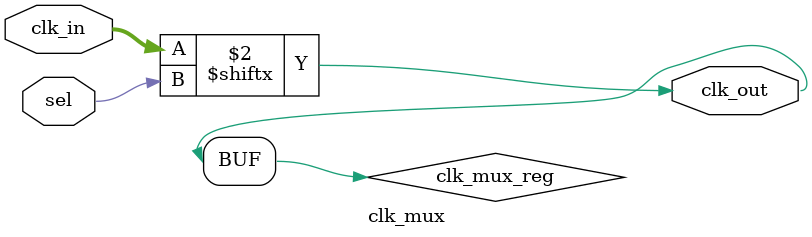
<source format=v>
module clk_mux #(
    parameter NUM_INPUTS = 2
)(
    input  wire [NUM_INPUTS-1:0] clk_in,
    input  wire [$clog2(NUM_INPUTS)-1:0] sel,
    output wire clk_out
);

    reg clk_mux_reg;

    always @(*) begin
        clk_mux_reg = clk_in[sel];
    end

    assign clk_out = clk_mux_reg;

endmodule
</source>
